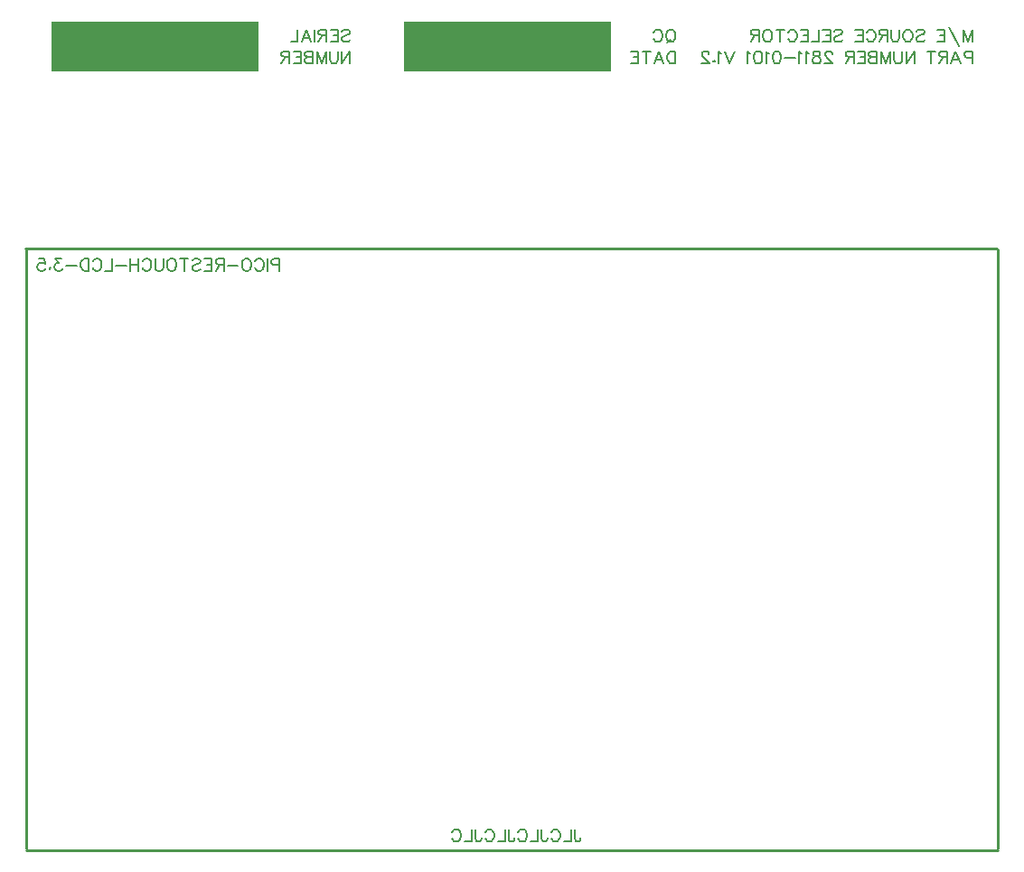
<source format=gbo>
G04 Layer: BottomSilkscreenLayer*
G04 EasyEDA v6.5.29, 2023-07-16 15:11:24*
G04 6b2ea49bd14843f1a595022ae84b5af3,5a6b42c53f6a479593ecc07194224c93,10*
G04 Gerber Generator version 0.2*
G04 Scale: 100 percent, Rotated: No, Reflected: No *
G04 Dimensions in millimeters *
G04 leading zeros omitted , absolute positions ,4 integer and 5 decimal *
%FSLAX45Y45*%
%MOMM*%

%ADD10C,0.2032*%
%ADD11C,0.1524*%
%ADD12C,0.2540*%

%LPD*%
D10*
X2387600Y9938189D02*
G01*
X2387600Y9823645D01*
X2387600Y9938189D02*
G01*
X2338509Y9938189D01*
X2322146Y9932736D01*
X2316690Y9927282D01*
X2311237Y9916373D01*
X2311237Y9900008D01*
X2316690Y9889098D01*
X2322146Y9883645D01*
X2338509Y9878189D01*
X2387600Y9878189D01*
X2275235Y9938189D02*
G01*
X2275235Y9823645D01*
X2157417Y9910917D02*
G01*
X2162873Y9921826D01*
X2173782Y9932736D01*
X2184692Y9938189D01*
X2206510Y9938189D01*
X2217417Y9932736D01*
X2228326Y9921826D01*
X2233782Y9910917D01*
X2239236Y9894554D01*
X2239236Y9867282D01*
X2233782Y9850917D01*
X2228326Y9840008D01*
X2217417Y9829098D01*
X2206510Y9823645D01*
X2184692Y9823645D01*
X2173782Y9829098D01*
X2162873Y9840008D01*
X2157417Y9850917D01*
X2088690Y9938189D02*
G01*
X2099599Y9932736D01*
X2110508Y9921826D01*
X2115964Y9910917D01*
X2121418Y9894554D01*
X2121418Y9867282D01*
X2115964Y9850917D01*
X2110508Y9840008D01*
X2099599Y9829098D01*
X2088690Y9823645D01*
X2066874Y9823645D01*
X2055964Y9829098D01*
X2045055Y9840008D01*
X2039599Y9850917D01*
X2034146Y9867282D01*
X2034146Y9894554D01*
X2039599Y9910917D01*
X2045055Y9921826D01*
X2055964Y9932736D01*
X2066874Y9938189D01*
X2088690Y9938189D01*
X1998146Y9872736D02*
G01*
X1899965Y9872736D01*
X1863963Y9938189D02*
G01*
X1863963Y9823645D01*
X1863963Y9938189D02*
G01*
X1814873Y9938189D01*
X1798510Y9932736D01*
X1793054Y9927282D01*
X1787601Y9916373D01*
X1787601Y9905464D01*
X1793054Y9894554D01*
X1798510Y9889098D01*
X1814873Y9883645D01*
X1863963Y9883645D01*
X1825782Y9883645D02*
G01*
X1787601Y9823645D01*
X1751601Y9938189D02*
G01*
X1751601Y9823645D01*
X1751601Y9938189D02*
G01*
X1680692Y9938189D01*
X1751601Y9883645D02*
G01*
X1707964Y9883645D01*
X1751601Y9823645D02*
G01*
X1680692Y9823645D01*
X1568328Y9921826D02*
G01*
X1579237Y9932736D01*
X1595602Y9938189D01*
X1617418Y9938189D01*
X1633783Y9932736D01*
X1644693Y9921826D01*
X1644693Y9910917D01*
X1639237Y9900008D01*
X1633783Y9894554D01*
X1622874Y9889098D01*
X1590146Y9878189D01*
X1579237Y9872736D01*
X1573784Y9867282D01*
X1568328Y9856373D01*
X1568328Y9840008D01*
X1579237Y9829098D01*
X1595602Y9823645D01*
X1617418Y9823645D01*
X1633783Y9829098D01*
X1644693Y9840008D01*
X1494147Y9938189D02*
G01*
X1494147Y9823645D01*
X1532328Y9938189D02*
G01*
X1455966Y9938189D01*
X1387238Y9938189D02*
G01*
X1398148Y9932736D01*
X1409057Y9921826D01*
X1414510Y9910917D01*
X1419966Y9894554D01*
X1419966Y9867282D01*
X1414510Y9850917D01*
X1409057Y9840008D01*
X1398148Y9829098D01*
X1387238Y9823645D01*
X1365420Y9823645D01*
X1354510Y9829098D01*
X1343601Y9840008D01*
X1338148Y9850917D01*
X1332692Y9867282D01*
X1332692Y9894554D01*
X1338148Y9910917D01*
X1343601Y9921826D01*
X1354510Y9932736D01*
X1365420Y9938189D01*
X1387238Y9938189D01*
X1296692Y9938189D02*
G01*
X1296692Y9856373D01*
X1291239Y9840008D01*
X1280330Y9829098D01*
X1263964Y9823645D01*
X1253055Y9823645D01*
X1236692Y9829098D01*
X1225783Y9840008D01*
X1220330Y9856373D01*
X1220330Y9938189D01*
X1102512Y9910917D02*
G01*
X1107965Y9921826D01*
X1118875Y9932736D01*
X1129784Y9938189D01*
X1151602Y9938189D01*
X1162512Y9932736D01*
X1173421Y9921826D01*
X1178874Y9910917D01*
X1184330Y9894554D01*
X1184330Y9867282D01*
X1178874Y9850917D01*
X1173421Y9840008D01*
X1162512Y9829098D01*
X1151602Y9823645D01*
X1129784Y9823645D01*
X1118875Y9829098D01*
X1107965Y9840008D01*
X1102512Y9850917D01*
X1066512Y9938189D02*
G01*
X1066512Y9823645D01*
X990147Y9938189D02*
G01*
X990147Y9823645D01*
X1066512Y9883645D02*
G01*
X990147Y9883645D01*
X954148Y9872736D02*
G01*
X855967Y9872736D01*
X819967Y9938189D02*
G01*
X819967Y9823645D01*
X819967Y9823645D02*
G01*
X754512Y9823645D01*
X636694Y9910917D02*
G01*
X642150Y9921826D01*
X653056Y9932736D01*
X663966Y9938189D01*
X685784Y9938189D01*
X696694Y9932736D01*
X707603Y9921826D01*
X713056Y9910917D01*
X718512Y9894554D01*
X718512Y9867282D01*
X713056Y9850917D01*
X707603Y9840008D01*
X696694Y9829098D01*
X685784Y9823645D01*
X663966Y9823645D01*
X653056Y9829098D01*
X642150Y9840008D01*
X636694Y9850917D01*
X600694Y9938189D02*
G01*
X600694Y9823645D01*
X600694Y9938189D02*
G01*
X562513Y9938189D01*
X546148Y9932736D01*
X535238Y9921826D01*
X529785Y9910917D01*
X524332Y9894554D01*
X524332Y9867282D01*
X529785Y9850917D01*
X535238Y9840008D01*
X546148Y9829098D01*
X562513Y9823645D01*
X600694Y9823645D01*
X488330Y9872736D02*
G01*
X390149Y9872736D01*
X343240Y9938189D02*
G01*
X283240Y9938189D01*
X315968Y9894554D01*
X299603Y9894554D01*
X288693Y9889098D01*
X283240Y9883645D01*
X277787Y9867282D01*
X277787Y9856373D01*
X283240Y9840008D01*
X294149Y9829098D01*
X310512Y9823645D01*
X326877Y9823645D01*
X343240Y9829098D01*
X348693Y9834554D01*
X354149Y9845464D01*
X236331Y9850917D02*
G01*
X241785Y9845464D01*
X236331Y9840008D01*
X230875Y9845464D01*
X236331Y9850917D01*
X129423Y9938189D02*
G01*
X183967Y9938189D01*
X189423Y9889098D01*
X183967Y9894554D01*
X167604Y9900008D01*
X151241Y9900008D01*
X134876Y9894554D01*
X123967Y9883645D01*
X118513Y9867282D01*
X118513Y9856373D01*
X123967Y9840008D01*
X134876Y9829098D01*
X151241Y9823645D01*
X167604Y9823645D01*
X183967Y9829098D01*
X189423Y9834554D01*
X194876Y9845464D01*
X8877300Y11881289D02*
G01*
X8877300Y11766745D01*
X8877300Y11881289D02*
G01*
X8828209Y11881289D01*
X8811846Y11875836D01*
X8806390Y11870382D01*
X8800937Y11859473D01*
X8800937Y11843108D01*
X8806390Y11832199D01*
X8811846Y11826745D01*
X8828209Y11821289D01*
X8877300Y11821289D01*
X8721300Y11881289D02*
G01*
X8764935Y11766745D01*
X8721300Y11881289D02*
G01*
X8677663Y11766745D01*
X8748572Y11804926D02*
G01*
X8694028Y11804926D01*
X8641664Y11881289D02*
G01*
X8641664Y11766745D01*
X8641664Y11881289D02*
G01*
X8592573Y11881289D01*
X8576210Y11875836D01*
X8570755Y11870382D01*
X8565300Y11859473D01*
X8565300Y11848564D01*
X8570755Y11837654D01*
X8576210Y11832199D01*
X8592573Y11826745D01*
X8641664Y11826745D01*
X8603482Y11826745D02*
G01*
X8565300Y11766745D01*
X8491118Y11881289D02*
G01*
X8491118Y11766745D01*
X8529300Y11881289D02*
G01*
X8452937Y11881289D01*
X8332937Y11881289D02*
G01*
X8332937Y11766745D01*
X8332937Y11881289D02*
G01*
X8256574Y11766745D01*
X8256574Y11881289D02*
G01*
X8256574Y11766745D01*
X8220572Y11881289D02*
G01*
X8220572Y11799473D01*
X8215119Y11783108D01*
X8204210Y11772199D01*
X8187847Y11766745D01*
X8176938Y11766745D01*
X8160572Y11772199D01*
X8149666Y11783108D01*
X8144210Y11799473D01*
X8144210Y11881289D01*
X8108210Y11881289D02*
G01*
X8108210Y11766745D01*
X8108210Y11881289D02*
G01*
X8064573Y11766745D01*
X8020938Y11881289D02*
G01*
X8064573Y11766745D01*
X8020938Y11881289D02*
G01*
X8020938Y11766745D01*
X7984937Y11881289D02*
G01*
X7984937Y11766745D01*
X7984937Y11881289D02*
G01*
X7935846Y11881289D01*
X7919483Y11875836D01*
X7914030Y11870382D01*
X7908574Y11859473D01*
X7908574Y11848564D01*
X7914030Y11837654D01*
X7919483Y11832199D01*
X7935846Y11826745D01*
X7984937Y11826745D02*
G01*
X7935846Y11826745D01*
X7919483Y11821289D01*
X7914030Y11815836D01*
X7908574Y11804926D01*
X7908574Y11788564D01*
X7914030Y11777654D01*
X7919483Y11772199D01*
X7935846Y11766745D01*
X7984937Y11766745D01*
X7872575Y11881289D02*
G01*
X7872575Y11766745D01*
X7872575Y11881289D02*
G01*
X7801665Y11881289D01*
X7872575Y11826745D02*
G01*
X7828937Y11826745D01*
X7872575Y11766745D02*
G01*
X7801665Y11766745D01*
X7765666Y11881289D02*
G01*
X7765666Y11766745D01*
X7765666Y11881289D02*
G01*
X7716575Y11881289D01*
X7700210Y11875836D01*
X7694757Y11870382D01*
X7689301Y11859473D01*
X7689301Y11848564D01*
X7694757Y11837654D01*
X7700210Y11832199D01*
X7716575Y11826745D01*
X7765666Y11826745D01*
X7727485Y11826745D02*
G01*
X7689301Y11766745D01*
X7563848Y11854017D02*
G01*
X7563848Y11859473D01*
X7558392Y11870382D01*
X7552938Y11875836D01*
X7542029Y11881289D01*
X7520211Y11881289D01*
X7509301Y11875836D01*
X7503848Y11870382D01*
X7498392Y11859473D01*
X7498392Y11848564D01*
X7503848Y11837654D01*
X7514757Y11821289D01*
X7569301Y11766745D01*
X7492939Y11766745D01*
X7429667Y11881289D02*
G01*
X7446030Y11875836D01*
X7451483Y11864926D01*
X7451483Y11854017D01*
X7446030Y11843108D01*
X7435121Y11837654D01*
X7413302Y11832199D01*
X7396939Y11826745D01*
X7386030Y11815836D01*
X7380574Y11804926D01*
X7380574Y11788564D01*
X7386030Y11777654D01*
X7391483Y11772199D01*
X7407849Y11766745D01*
X7429667Y11766745D01*
X7446030Y11772199D01*
X7451483Y11777654D01*
X7456939Y11788564D01*
X7456939Y11804926D01*
X7451483Y11815836D01*
X7440574Y11826745D01*
X7424211Y11832199D01*
X7402393Y11837654D01*
X7391483Y11843108D01*
X7386030Y11854017D01*
X7386030Y11864926D01*
X7391483Y11875836D01*
X7407849Y11881289D01*
X7429667Y11881289D01*
X7344575Y11859473D02*
G01*
X7333665Y11864926D01*
X7317303Y11881289D01*
X7317303Y11766745D01*
X7281303Y11859473D02*
G01*
X7270394Y11864926D01*
X7254031Y11881289D01*
X7254031Y11766745D01*
X7218029Y11815836D02*
G01*
X7119848Y11815836D01*
X7051121Y11881289D02*
G01*
X7067486Y11875836D01*
X7078393Y11859473D01*
X7083849Y11832199D01*
X7083849Y11815836D01*
X7078393Y11788564D01*
X7067486Y11772199D01*
X7051121Y11766745D01*
X7040211Y11766745D01*
X7023849Y11772199D01*
X7012940Y11788564D01*
X7007486Y11815836D01*
X7007486Y11832199D01*
X7012940Y11859473D01*
X7023849Y11875836D01*
X7040211Y11881289D01*
X7051121Y11881289D01*
X6971484Y11859473D02*
G01*
X6960575Y11864926D01*
X6944212Y11881289D01*
X6944212Y11766745D01*
X6875485Y11881289D02*
G01*
X6891850Y11875836D01*
X6902757Y11859473D01*
X6908213Y11832199D01*
X6908213Y11815836D01*
X6902757Y11788564D01*
X6891850Y11772199D01*
X6875485Y11766745D01*
X6864576Y11766745D01*
X6848213Y11772199D01*
X6837304Y11788564D01*
X6831850Y11815836D01*
X6831850Y11832199D01*
X6837304Y11859473D01*
X6848213Y11875836D01*
X6864576Y11881289D01*
X6875485Y11881289D01*
X6795848Y11859473D02*
G01*
X6784939Y11864926D01*
X6768576Y11881289D01*
X6768576Y11766745D01*
X6648577Y11881289D02*
G01*
X6604939Y11766745D01*
X6561305Y11881289D02*
G01*
X6604939Y11766745D01*
X6525305Y11859473D02*
G01*
X6514396Y11864926D01*
X6498031Y11881289D01*
X6498031Y11766745D01*
X6456578Y11794017D02*
G01*
X6462031Y11788564D01*
X6456578Y11783108D01*
X6451122Y11788564D01*
X6456578Y11794017D01*
X6409669Y11854017D02*
G01*
X6409669Y11859473D01*
X6404213Y11870382D01*
X6398760Y11875836D01*
X6387851Y11881289D01*
X6366032Y11881289D01*
X6355123Y11875836D01*
X6349669Y11870382D01*
X6344213Y11859473D01*
X6344213Y11848564D01*
X6349669Y11837654D01*
X6360576Y11821289D01*
X6415123Y11766745D01*
X6338760Y11766745D01*
X8877300Y12084489D02*
G01*
X8877300Y11969945D01*
X8877300Y12084489D02*
G01*
X8833662Y11969945D01*
X8790028Y12084489D02*
G01*
X8833662Y11969945D01*
X8790028Y12084489D02*
G01*
X8790028Y11969945D01*
X8655845Y12106308D02*
G01*
X8754028Y11931764D01*
X8619845Y12084489D02*
G01*
X8619845Y11969945D01*
X8619845Y12084489D02*
G01*
X8548936Y12084489D01*
X8619845Y12029945D02*
G01*
X8576210Y12029945D01*
X8619845Y11969945D02*
G01*
X8548936Y11969945D01*
X8352574Y12068126D02*
G01*
X8363483Y12079036D01*
X8379846Y12084489D01*
X8401664Y12084489D01*
X8418027Y12079036D01*
X8428936Y12068126D01*
X8428936Y12057217D01*
X8423483Y12046308D01*
X8418027Y12040854D01*
X8407118Y12035399D01*
X8374392Y12024489D01*
X8363483Y12019036D01*
X8358027Y12013582D01*
X8352574Y12002673D01*
X8352574Y11986308D01*
X8363483Y11975399D01*
X8379846Y11969945D01*
X8401664Y11969945D01*
X8418027Y11975399D01*
X8428936Y11986308D01*
X8283846Y12084489D02*
G01*
X8294756Y12079036D01*
X8305665Y12068126D01*
X8311118Y12057217D01*
X8316574Y12040854D01*
X8316574Y12013582D01*
X8311118Y11997217D01*
X8305665Y11986308D01*
X8294756Y11975399D01*
X8283846Y11969945D01*
X8262028Y11969945D01*
X8251118Y11975399D01*
X8240209Y11986308D01*
X8234756Y11997217D01*
X8229300Y12013582D01*
X8229300Y12040854D01*
X8234756Y12057217D01*
X8240209Y12068126D01*
X8251118Y12079036D01*
X8262028Y12084489D01*
X8283846Y12084489D01*
X8193300Y12084489D02*
G01*
X8193300Y12002673D01*
X8187847Y11986308D01*
X8176938Y11975399D01*
X8160572Y11969945D01*
X8149666Y11969945D01*
X8133300Y11975399D01*
X8122391Y11986308D01*
X8116938Y12002673D01*
X8116938Y12084489D01*
X8080938Y12084489D02*
G01*
X8080938Y11969945D01*
X8080938Y12084489D02*
G01*
X8031848Y12084489D01*
X8015483Y12079036D01*
X8010029Y12073582D01*
X8004573Y12062673D01*
X8004573Y12051764D01*
X8010029Y12040854D01*
X8015483Y12035399D01*
X8031848Y12029945D01*
X8080938Y12029945D01*
X8042755Y12029945D02*
G01*
X8004573Y11969945D01*
X7886755Y12057217D02*
G01*
X7892211Y12068126D01*
X7903121Y12079036D01*
X7914030Y12084489D01*
X7935846Y12084489D01*
X7946755Y12079036D01*
X7957665Y12068126D01*
X7963120Y12057217D01*
X7968574Y12040854D01*
X7968574Y12013582D01*
X7963120Y11997217D01*
X7957665Y11986308D01*
X7946755Y11975399D01*
X7935846Y11969945D01*
X7914030Y11969945D01*
X7903121Y11975399D01*
X7892211Y11986308D01*
X7886755Y11997217D01*
X7850756Y12084489D02*
G01*
X7850756Y11969945D01*
X7850756Y12084489D02*
G01*
X7779847Y12084489D01*
X7850756Y12029945D02*
G01*
X7807119Y12029945D01*
X7850756Y11969945D02*
G01*
X7779847Y11969945D01*
X7583484Y12068126D02*
G01*
X7594394Y12079036D01*
X7610756Y12084489D01*
X7632575Y12084489D01*
X7648938Y12079036D01*
X7659847Y12068126D01*
X7659847Y12057217D01*
X7654394Y12046308D01*
X7648938Y12040854D01*
X7638028Y12035399D01*
X7605303Y12024489D01*
X7594394Y12019036D01*
X7588938Y12013582D01*
X7583484Y12002673D01*
X7583484Y11986308D01*
X7594394Y11975399D01*
X7610756Y11969945D01*
X7632575Y11969945D01*
X7648938Y11975399D01*
X7659847Y11986308D01*
X7547485Y12084489D02*
G01*
X7547485Y11969945D01*
X7547485Y12084489D02*
G01*
X7476576Y12084489D01*
X7547485Y12029945D02*
G01*
X7503848Y12029945D01*
X7547485Y11969945D02*
G01*
X7476576Y11969945D01*
X7440574Y12084489D02*
G01*
X7440574Y11969945D01*
X7440574Y11969945D02*
G01*
X7375121Y11969945D01*
X7339121Y12084489D02*
G01*
X7339121Y11969945D01*
X7339121Y12084489D02*
G01*
X7268212Y12084489D01*
X7339121Y12029945D02*
G01*
X7295484Y12029945D01*
X7339121Y11969945D02*
G01*
X7268212Y11969945D01*
X7150394Y12057217D02*
G01*
X7155848Y12068126D01*
X7166757Y12079036D01*
X7177666Y12084489D01*
X7199485Y12084489D01*
X7210394Y12079036D01*
X7221303Y12068126D01*
X7226757Y12057217D01*
X7232213Y12040854D01*
X7232213Y12013582D01*
X7226757Y11997217D01*
X7221303Y11986308D01*
X7210394Y11975399D01*
X7199485Y11969945D01*
X7177666Y11969945D01*
X7166757Y11975399D01*
X7155848Y11986308D01*
X7150394Y11997217D01*
X7076213Y12084489D02*
G01*
X7076213Y11969945D01*
X7114395Y12084489D02*
G01*
X7038030Y12084489D01*
X6969302Y12084489D02*
G01*
X6980212Y12079036D01*
X6991121Y12068126D01*
X6996577Y12057217D01*
X7002030Y12040854D01*
X7002030Y12013582D01*
X6996577Y11997217D01*
X6991121Y11986308D01*
X6980212Y11975399D01*
X6969302Y11969945D01*
X6947486Y11969945D01*
X6936577Y11975399D01*
X6925668Y11986308D01*
X6920212Y11997217D01*
X6914758Y12013582D01*
X6914758Y12040854D01*
X6920212Y12057217D01*
X6925668Y12068126D01*
X6936577Y12079036D01*
X6947486Y12084489D01*
X6969302Y12084489D01*
X6878759Y12084489D02*
G01*
X6878759Y11969945D01*
X6878759Y12084489D02*
G01*
X6829668Y12084489D01*
X6813303Y12079036D01*
X6807850Y12073582D01*
X6802394Y12062673D01*
X6802394Y12051764D01*
X6807850Y12040854D01*
X6813303Y12035399D01*
X6829668Y12029945D01*
X6878759Y12029945D01*
X6840575Y12029945D02*
G01*
X6802394Y11969945D01*
X5152390Y4591557D02*
G01*
X5152390Y4504181D01*
X5157977Y4487926D01*
X5163311Y4482337D01*
X5174234Y4477004D01*
X5185156Y4477004D01*
X5196077Y4482337D01*
X5201665Y4487926D01*
X5207000Y4504181D01*
X5207000Y4515104D01*
X5116575Y4591557D02*
G01*
X5116575Y4477004D01*
X5116575Y4477004D02*
G01*
X5051043Y4477004D01*
X4933188Y4564126D02*
G01*
X4938522Y4575047D01*
X4949443Y4585970D01*
X4960365Y4591557D01*
X4982209Y4591557D01*
X4993131Y4585970D01*
X5004054Y4575047D01*
X5009641Y4564126D01*
X5014975Y4547870D01*
X5014975Y4520692D01*
X5009641Y4504181D01*
X5004054Y4493260D01*
X4993131Y4482337D01*
X4982209Y4477004D01*
X4960365Y4477004D01*
X4949443Y4482337D01*
X4938522Y4493260D01*
X4933188Y4504181D01*
X4842763Y4591557D02*
G01*
X4842763Y4504181D01*
X4848097Y4487926D01*
X4853431Y4482337D01*
X4864354Y4477004D01*
X4875275Y4477004D01*
X4886197Y4482337D01*
X4891786Y4487926D01*
X4897120Y4504181D01*
X4897120Y4515104D01*
X4806695Y4591557D02*
G01*
X4806695Y4477004D01*
X4806695Y4477004D02*
G01*
X4741163Y4477004D01*
X4623308Y4564126D02*
G01*
X4628895Y4575047D01*
X4639818Y4585970D01*
X4650740Y4591557D01*
X4672329Y4591557D01*
X4683252Y4585970D01*
X4694174Y4575047D01*
X4699761Y4564126D01*
X4705095Y4547870D01*
X4705095Y4520692D01*
X4699761Y4504181D01*
X4694174Y4493260D01*
X4683252Y4482337D01*
X4672329Y4477004D01*
X4650740Y4477004D01*
X4639818Y4482337D01*
X4628895Y4493260D01*
X4623308Y4504181D01*
X4532884Y4591557D02*
G01*
X4532884Y4504181D01*
X4538218Y4487926D01*
X4543806Y4482337D01*
X4554727Y4477004D01*
X4565650Y4477004D01*
X4576572Y4482337D01*
X4581906Y4487926D01*
X4587240Y4504181D01*
X4587240Y4515104D01*
X4496815Y4591557D02*
G01*
X4496815Y4477004D01*
X4496815Y4477004D02*
G01*
X4431284Y4477004D01*
X4313427Y4564126D02*
G01*
X4319015Y4575047D01*
X4329938Y4585970D01*
X4340859Y4591557D01*
X4362704Y4591557D01*
X4373625Y4585970D01*
X4384547Y4575047D01*
X4389881Y4564126D01*
X4395470Y4547870D01*
X4395470Y4520692D01*
X4389881Y4504181D01*
X4384547Y4493260D01*
X4373625Y4482337D01*
X4362704Y4477004D01*
X4340859Y4477004D01*
X4329938Y4482337D01*
X4319015Y4493260D01*
X4313427Y4504181D01*
X4223004Y4591557D02*
G01*
X4223004Y4504181D01*
X4228338Y4487926D01*
X4233925Y4482337D01*
X4244847Y4477004D01*
X4255770Y4477004D01*
X4266691Y4482337D01*
X4272025Y4487926D01*
X4277613Y4504181D01*
X4277613Y4515104D01*
X4186936Y4591557D02*
G01*
X4186936Y4477004D01*
X4186936Y4477004D02*
G01*
X4121658Y4477004D01*
X4003802Y4564126D02*
G01*
X4009136Y4575047D01*
X4020058Y4585970D01*
X4030979Y4591557D01*
X4052824Y4591557D01*
X4063745Y4585970D01*
X4074668Y4575047D01*
X4080002Y4564126D01*
X4085590Y4547870D01*
X4085590Y4520692D01*
X4080002Y4504181D01*
X4074668Y4493260D01*
X4063745Y4482337D01*
X4052824Y4477004D01*
X4030979Y4477004D01*
X4020058Y4482337D01*
X4009136Y4493260D01*
X4003802Y4504181D01*
D11*
X2971637Y12068126D02*
G01*
X2982544Y12079036D01*
X2998909Y12084491D01*
X3020728Y12084491D01*
X3037090Y12079036D01*
X3048000Y12068126D01*
X3048000Y12057217D01*
X3042546Y12046308D01*
X3037090Y12040854D01*
X3026181Y12035398D01*
X2993453Y12024492D01*
X2982544Y12019036D01*
X2977090Y12013582D01*
X2971637Y12002673D01*
X2971637Y11986308D01*
X2982544Y11975398D01*
X2998909Y11969945D01*
X3020728Y11969945D01*
X3037090Y11975398D01*
X3048000Y11986308D01*
X2935635Y12084491D02*
G01*
X2935635Y11969945D01*
X2935635Y12084491D02*
G01*
X2864726Y12084491D01*
X2935635Y12029945D02*
G01*
X2892000Y12029945D01*
X2935635Y11969945D02*
G01*
X2864726Y11969945D01*
X2828726Y12084491D02*
G01*
X2828726Y11969945D01*
X2828726Y12084491D02*
G01*
X2779636Y12084491D01*
X2763273Y12079036D01*
X2757817Y12073582D01*
X2752364Y12062673D01*
X2752364Y12051764D01*
X2757817Y12040854D01*
X2763273Y12035398D01*
X2779636Y12029945D01*
X2828726Y12029945D01*
X2790545Y12029945D02*
G01*
X2752364Y11969945D01*
X2716364Y12084491D02*
G01*
X2716364Y11969945D01*
X2636728Y12084491D02*
G01*
X2680362Y11969945D01*
X2636728Y12084491D02*
G01*
X2593091Y11969945D01*
X2664000Y12008126D02*
G01*
X2609453Y12008126D01*
X2557091Y12084491D02*
G01*
X2557091Y11969945D01*
X2557091Y11969945D02*
G01*
X2491635Y11969945D01*
X3048000Y11881291D02*
G01*
X3048000Y11766745D01*
X3048000Y11881291D02*
G01*
X2971637Y11766745D01*
X2971637Y11881291D02*
G01*
X2971637Y11766745D01*
X2935635Y11881291D02*
G01*
X2935635Y11799473D01*
X2930182Y11783108D01*
X2919272Y11772198D01*
X2902910Y11766745D01*
X2892000Y11766745D01*
X2875635Y11772198D01*
X2864726Y11783108D01*
X2859272Y11799473D01*
X2859272Y11881291D01*
X2823273Y11881291D02*
G01*
X2823273Y11766745D01*
X2823273Y11881291D02*
G01*
X2779636Y11766745D01*
X2735999Y11881291D02*
G01*
X2779636Y11766745D01*
X2735999Y11881291D02*
G01*
X2735999Y11766745D01*
X2699999Y11881291D02*
G01*
X2699999Y11766745D01*
X2699999Y11881291D02*
G01*
X2650909Y11881291D01*
X2634546Y11875836D01*
X2629090Y11870382D01*
X2623637Y11859473D01*
X2623637Y11848564D01*
X2629090Y11837654D01*
X2634546Y11832198D01*
X2650909Y11826745D01*
X2699999Y11826745D02*
G01*
X2650909Y11826745D01*
X2634546Y11821292D01*
X2629090Y11815836D01*
X2623637Y11804926D01*
X2623637Y11788564D01*
X2629090Y11777654D01*
X2634546Y11772198D01*
X2650909Y11766745D01*
X2699999Y11766745D01*
X2587635Y11881291D02*
G01*
X2587635Y11766745D01*
X2587635Y11881291D02*
G01*
X2516728Y11881291D01*
X2587635Y11826745D02*
G01*
X2544000Y11826745D01*
X2587635Y11766745D02*
G01*
X2516728Y11766745D01*
X2480726Y11881291D02*
G01*
X2480726Y11766745D01*
X2480726Y11881291D02*
G01*
X2431635Y11881291D01*
X2415273Y11875836D01*
X2409817Y11870382D01*
X2404363Y11859473D01*
X2404363Y11848564D01*
X2409817Y11837654D01*
X2415273Y11832198D01*
X2431635Y11826745D01*
X2480726Y11826745D01*
X2442545Y11826745D02*
G01*
X2404363Y11766745D01*
X6096000Y11881291D02*
G01*
X6096000Y11766745D01*
X6096000Y11881291D02*
G01*
X6057818Y11881291D01*
X6041453Y11875836D01*
X6030544Y11864926D01*
X6025090Y11854017D01*
X6019637Y11837654D01*
X6019637Y11810382D01*
X6025090Y11794017D01*
X6030544Y11783108D01*
X6041453Y11772198D01*
X6057818Y11766745D01*
X6096000Y11766745D01*
X5940000Y11881291D02*
G01*
X5983635Y11766745D01*
X5940000Y11881291D02*
G01*
X5896363Y11766745D01*
X5967272Y11804926D02*
G01*
X5912726Y11804926D01*
X5822182Y11881291D02*
G01*
X5822182Y11766745D01*
X5860364Y11881291D02*
G01*
X5783999Y11881291D01*
X5747999Y11881291D02*
G01*
X5747999Y11766745D01*
X5747999Y11881291D02*
G01*
X5677090Y11881291D01*
X5747999Y11826745D02*
G01*
X5704362Y11826745D01*
X5747999Y11766745D02*
G01*
X5677090Y11766745D01*
X6063272Y12084491D02*
G01*
X6074181Y12079036D01*
X6085090Y12068126D01*
X6090546Y12057217D01*
X6096000Y12040854D01*
X6096000Y12013582D01*
X6090546Y11997217D01*
X6085090Y11986308D01*
X6074181Y11975398D01*
X6063272Y11969945D01*
X6041453Y11969945D01*
X6030544Y11975398D01*
X6019637Y11986308D01*
X6014181Y11997217D01*
X6008728Y12013582D01*
X6008728Y12040854D01*
X6014181Y12057217D01*
X6019637Y12068126D01*
X6030544Y12079036D01*
X6041453Y12084491D01*
X6063272Y12084491D01*
X6046909Y11991764D02*
G01*
X6014181Y11959036D01*
X5890910Y12057217D02*
G01*
X5896363Y12068126D01*
X5907272Y12079036D01*
X5918182Y12084491D01*
X5940000Y12084491D01*
X5950910Y12079036D01*
X5961819Y12068126D01*
X5967272Y12057217D01*
X5972726Y12040854D01*
X5972726Y12013582D01*
X5967272Y11997217D01*
X5961819Y11986308D01*
X5950910Y11975398D01*
X5940000Y11969945D01*
X5918182Y11969945D01*
X5907272Y11975398D01*
X5896363Y11986308D01*
X5890910Y11997217D01*
D12*
X9301Y10036802D02*
G01*
X9109298Y10036802D01*
X12700Y4406900D02*
G01*
X12700Y10027902D01*
X9118600Y4406900D02*
G01*
X9118600Y10027902D01*
X14193Y4398002D02*
G01*
X9114198Y4398002D01*
G36*
X254000Y12153900D02*
G01*
X2190750Y12153900D01*
X2190750Y11692001D01*
X254000Y11692001D01*
G37*
G36*
X3556000Y12153900D02*
G01*
X5492750Y12153900D01*
X5492750Y11692001D01*
X3556000Y11692001D01*
G37*
M02*

</source>
